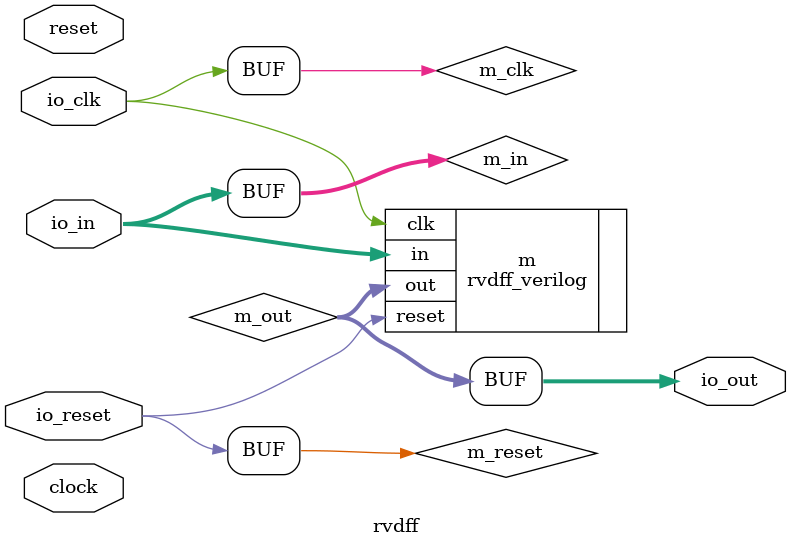
<source format=v>
module rvdff(
  input         clock,
  input         reset,
  input  [15:0] io_in,
  input         io_clk,
  input         io_reset,
  output [15:0] io_out
);
  wire [15:0] m_in; // @[GCD.scala 41:17]
  wire  m_clk; // @[GCD.scala 41:17]
  wire  m_reset; // @[GCD.scala 41:17]
  wire [15:0] m_out; // @[GCD.scala 41:17]
  rvdff_verilog #(.DATA_WIDTH(32), .MODE("Sequential"), .RESET("Asynchronous")) m ( // @[GCD.scala 41:17]
    .in(m_in),
    .clk(m_clk),
    .reset(m_reset),
    .out(m_out)
  );
  assign io_out = m_out; // @[GCD.scala 43:8]
  assign m_in = io_in; // @[GCD.scala 43:8]
  assign m_clk = io_clk; // @[GCD.scala 43:8]
  assign m_reset = io_reset; // @[GCD.scala 43:8]
endmodule

</source>
